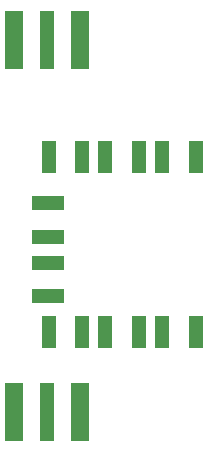
<source format=gbr>
%TF.GenerationSoftware,Altium Limited,Altium Designer,20.0.10 (225)*%
G04 Layer_Color=8421504*
%FSLAX26Y26*%
%MOIN*%
%TF.FileFunction,Paste,Top*%
%TF.Part,Single*%
G01*
G75*
%TA.AperFunction,SMDPad,CuDef*%
%ADD10R,0.047244X0.196850*%
%ADD11R,0.062992X0.196850*%
%ADD12R,0.049213X0.106299*%
%ADD13R,0.106299X0.049213*%
D10*
X4735650Y3514173D02*
D03*
Y4753543D02*
D03*
D11*
X4844705Y3514173D02*
D03*
X4626595D02*
D03*
X4844705Y4753543D02*
D03*
X4626595D02*
D03*
D12*
X5119532Y4361890D02*
D03*
X5231736D02*
D03*
X4929532D02*
D03*
X5041736D02*
D03*
X4740634D02*
D03*
X4852839D02*
D03*
X5119532Y3778740D02*
D03*
X5231736D02*
D03*
X4929532D02*
D03*
X5041736D02*
D03*
X4740634D02*
D03*
X4852839D02*
D03*
D13*
X4739232Y4209646D02*
D03*
Y4097441D02*
D03*
Y4011102D02*
D03*
Y3898898D02*
D03*
%TF.MD5,31479f2f2a69ef926d2acc3924dd9e58*%
M02*

</source>
